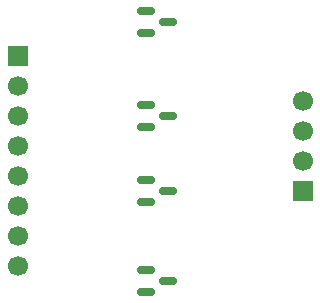
<source format=gbr>
%TF.GenerationSoftware,KiCad,Pcbnew,9.0.1*%
%TF.CreationDate,2025-07-19T07:25:43-04:00*%
%TF.ProjectId,SOT23,534f5432-332e-46b6-9963-61645f706362,rev?*%
%TF.SameCoordinates,Original*%
%TF.FileFunction,Soldermask,Top*%
%TF.FilePolarity,Negative*%
%FSLAX46Y46*%
G04 Gerber Fmt 4.6, Leading zero omitted, Abs format (unit mm)*
G04 Created by KiCad (PCBNEW 9.0.1) date 2025-07-19 07:25:43*
%MOMM*%
%LPD*%
G01*
G04 APERTURE LIST*
G04 Aperture macros list*
%AMRoundRect*
0 Rectangle with rounded corners*
0 $1 Rounding radius*
0 $2 $3 $4 $5 $6 $7 $8 $9 X,Y pos of 4 corners*
0 Add a 4 corners polygon primitive as box body*
4,1,4,$2,$3,$4,$5,$6,$7,$8,$9,$2,$3,0*
0 Add four circle primitives for the rounded corners*
1,1,$1+$1,$2,$3*
1,1,$1+$1,$4,$5*
1,1,$1+$1,$6,$7*
1,1,$1+$1,$8,$9*
0 Add four rect primitives between the rounded corners*
20,1,$1+$1,$2,$3,$4,$5,0*
20,1,$1+$1,$4,$5,$6,$7,0*
20,1,$1+$1,$6,$7,$8,$9,0*
20,1,$1+$1,$8,$9,$2,$3,0*%
G04 Aperture macros list end*
%ADD10R,1.700000X1.700000*%
%ADD11C,1.700000*%
%ADD12RoundRect,0.150000X-0.587500X-0.150000X0.587500X-0.150000X0.587500X0.150000X-0.587500X0.150000X0*%
G04 APERTURE END LIST*
D10*
%TO.C,J1*%
X138430000Y-82550000D03*
D11*
X138430000Y-85090000D03*
X138430000Y-87630000D03*
X138430000Y-90170000D03*
X138430000Y-92710000D03*
X138430000Y-95250000D03*
X138430000Y-97790000D03*
X138430000Y-100330000D03*
%TD*%
D12*
%TO.C,Q4*%
X149255000Y-100650000D03*
X149255000Y-102550000D03*
X151130000Y-101600000D03*
%TD*%
%TO.C,Q3*%
X149255000Y-93030000D03*
X149255000Y-94930000D03*
X151130000Y-93980000D03*
%TD*%
%TO.C,Q2*%
X149255000Y-86680000D03*
X149255000Y-88580000D03*
X151130000Y-87630000D03*
%TD*%
%TO.C,Q1*%
X149255000Y-78740000D03*
X149255000Y-80640000D03*
X151130000Y-79690000D03*
%TD*%
D10*
%TO.C,J2*%
X162560000Y-93980000D03*
D11*
X162560000Y-91440000D03*
X162560000Y-88900000D03*
X162560000Y-86360000D03*
%TD*%
M02*

</source>
